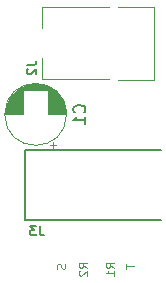
<source format=gbr>
%TF.GenerationSoftware,KiCad,Pcbnew,5.1.10*%
%TF.CreationDate,2021-05-14T23:01:05+02:00*%
%TF.ProjectId,kenwood-trrs,6b656e77-6f6f-4642-9d74-7272732e6b69,rev?*%
%TF.SameCoordinates,Original*%
%TF.FileFunction,Legend,Bot*%
%TF.FilePolarity,Positive*%
%FSLAX46Y46*%
G04 Gerber Fmt 4.6, Leading zero omitted, Abs format (unit mm)*
G04 Created by KiCad (PCBNEW 5.1.10) date 2021-05-14 23:01:05*
%MOMM*%
%LPD*%
G01*
G04 APERTURE LIST*
%ADD10C,0.120000*%
%ADD11C,0.200000*%
%ADD12C,0.150000*%
%ADD13C,0.100000*%
G04 APERTURE END LIST*
D10*
%TO.C,C1*%
X151620000Y-82820000D02*
G75*
G03*
X151620000Y-82820000I-2620000J0D01*
G01*
X147960000Y-82820000D02*
X146420000Y-82820000D01*
X151580000Y-82820000D02*
X150040000Y-82820000D01*
X147960000Y-82780000D02*
X146420000Y-82780000D01*
X151580000Y-82780000D02*
X150040000Y-82780000D01*
X151579000Y-82740000D02*
X150040000Y-82740000D01*
X147960000Y-82740000D02*
X146421000Y-82740000D01*
X151578000Y-82700000D02*
X150040000Y-82700000D01*
X147960000Y-82700000D02*
X146422000Y-82700000D01*
X151576000Y-82660000D02*
X150040000Y-82660000D01*
X147960000Y-82660000D02*
X146424000Y-82660000D01*
X151573000Y-82620000D02*
X150040000Y-82620000D01*
X147960000Y-82620000D02*
X146427000Y-82620000D01*
X151569000Y-82580000D02*
X150040000Y-82580000D01*
X147960000Y-82580000D02*
X146431000Y-82580000D01*
X151565000Y-82540000D02*
X150040000Y-82540000D01*
X147960000Y-82540000D02*
X146435000Y-82540000D01*
X151561000Y-82500000D02*
X150040000Y-82500000D01*
X147960000Y-82500000D02*
X146439000Y-82500000D01*
X151556000Y-82460000D02*
X150040000Y-82460000D01*
X147960000Y-82460000D02*
X146444000Y-82460000D01*
X151550000Y-82420000D02*
X150040000Y-82420000D01*
X147960000Y-82420000D02*
X146450000Y-82420000D01*
X151543000Y-82380000D02*
X150040000Y-82380000D01*
X147960000Y-82380000D02*
X146457000Y-82380000D01*
X151536000Y-82340000D02*
X150040000Y-82340000D01*
X147960000Y-82340000D02*
X146464000Y-82340000D01*
X151528000Y-82300000D02*
X150040000Y-82300000D01*
X147960000Y-82300000D02*
X146472000Y-82300000D01*
X151520000Y-82260000D02*
X150040000Y-82260000D01*
X147960000Y-82260000D02*
X146480000Y-82260000D01*
X151511000Y-82220000D02*
X150040000Y-82220000D01*
X147960000Y-82220000D02*
X146489000Y-82220000D01*
X151501000Y-82180000D02*
X150040000Y-82180000D01*
X147960000Y-82180000D02*
X146499000Y-82180000D01*
X151491000Y-82140000D02*
X150040000Y-82140000D01*
X147960000Y-82140000D02*
X146509000Y-82140000D01*
X151480000Y-82099000D02*
X150040000Y-82099000D01*
X147960000Y-82099000D02*
X146520000Y-82099000D01*
X151468000Y-82059000D02*
X150040000Y-82059000D01*
X147960000Y-82059000D02*
X146532000Y-82059000D01*
X151455000Y-82019000D02*
X150040000Y-82019000D01*
X147960000Y-82019000D02*
X146545000Y-82019000D01*
X151442000Y-81979000D02*
X150040000Y-81979000D01*
X147960000Y-81979000D02*
X146558000Y-81979000D01*
X151428000Y-81939000D02*
X150040000Y-81939000D01*
X147960000Y-81939000D02*
X146572000Y-81939000D01*
X151414000Y-81899000D02*
X150040000Y-81899000D01*
X147960000Y-81899000D02*
X146586000Y-81899000D01*
X151398000Y-81859000D02*
X150040000Y-81859000D01*
X147960000Y-81859000D02*
X146602000Y-81859000D01*
X151382000Y-81819000D02*
X150040000Y-81819000D01*
X147960000Y-81819000D02*
X146618000Y-81819000D01*
X151365000Y-81779000D02*
X150040000Y-81779000D01*
X147960000Y-81779000D02*
X146635000Y-81779000D01*
X151348000Y-81739000D02*
X150040000Y-81739000D01*
X147960000Y-81739000D02*
X146652000Y-81739000D01*
X151329000Y-81699000D02*
X150040000Y-81699000D01*
X147960000Y-81699000D02*
X146671000Y-81699000D01*
X151310000Y-81659000D02*
X150040000Y-81659000D01*
X147960000Y-81659000D02*
X146690000Y-81659000D01*
X151290000Y-81619000D02*
X150040000Y-81619000D01*
X147960000Y-81619000D02*
X146710000Y-81619000D01*
X151268000Y-81579000D02*
X150040000Y-81579000D01*
X147960000Y-81579000D02*
X146732000Y-81579000D01*
X151247000Y-81539000D02*
X150040000Y-81539000D01*
X147960000Y-81539000D02*
X146753000Y-81539000D01*
X151224000Y-81499000D02*
X150040000Y-81499000D01*
X147960000Y-81499000D02*
X146776000Y-81499000D01*
X151200000Y-81459000D02*
X150040000Y-81459000D01*
X147960000Y-81459000D02*
X146800000Y-81459000D01*
X151175000Y-81419000D02*
X150040000Y-81419000D01*
X147960000Y-81419000D02*
X146825000Y-81419000D01*
X151149000Y-81379000D02*
X150040000Y-81379000D01*
X147960000Y-81379000D02*
X146851000Y-81379000D01*
X151122000Y-81339000D02*
X150040000Y-81339000D01*
X147960000Y-81339000D02*
X146878000Y-81339000D01*
X151095000Y-81299000D02*
X150040000Y-81299000D01*
X147960000Y-81299000D02*
X146905000Y-81299000D01*
X151065000Y-81259000D02*
X150040000Y-81259000D01*
X147960000Y-81259000D02*
X146935000Y-81259000D01*
X151035000Y-81219000D02*
X150040000Y-81219000D01*
X147960000Y-81219000D02*
X146965000Y-81219000D01*
X151004000Y-81179000D02*
X150040000Y-81179000D01*
X147960000Y-81179000D02*
X146996000Y-81179000D01*
X150971000Y-81139000D02*
X150040000Y-81139000D01*
X147960000Y-81139000D02*
X147029000Y-81139000D01*
X150937000Y-81099000D02*
X150040000Y-81099000D01*
X147960000Y-81099000D02*
X147063000Y-81099000D01*
X150901000Y-81059000D02*
X150040000Y-81059000D01*
X147960000Y-81059000D02*
X147099000Y-81059000D01*
X150864000Y-81019000D02*
X150040000Y-81019000D01*
X147960000Y-81019000D02*
X147136000Y-81019000D01*
X150826000Y-80979000D02*
X150040000Y-80979000D01*
X147960000Y-80979000D02*
X147174000Y-80979000D01*
X150785000Y-80939000D02*
X150040000Y-80939000D01*
X147960000Y-80939000D02*
X147215000Y-80939000D01*
X150743000Y-80899000D02*
X150040000Y-80899000D01*
X147960000Y-80899000D02*
X147257000Y-80899000D01*
X150699000Y-80859000D02*
X150040000Y-80859000D01*
X147960000Y-80859000D02*
X147301000Y-80859000D01*
X150653000Y-80819000D02*
X150040000Y-80819000D01*
X147960000Y-80819000D02*
X147347000Y-80819000D01*
X150605000Y-80779000D02*
X147395000Y-80779000D01*
X150554000Y-80739000D02*
X147446000Y-80739000D01*
X150500000Y-80699000D02*
X147500000Y-80699000D01*
X150443000Y-80659000D02*
X147557000Y-80659000D01*
X150383000Y-80619000D02*
X147617000Y-80619000D01*
X150319000Y-80579000D02*
X147681000Y-80579000D01*
X150251000Y-80539000D02*
X147749000Y-80539000D01*
X150178000Y-80499000D02*
X147822000Y-80499000D01*
X150098000Y-80459000D02*
X147902000Y-80459000D01*
X150011000Y-80419000D02*
X147989000Y-80419000D01*
X149915000Y-80379000D02*
X148085000Y-80379000D01*
X149805000Y-80339000D02*
X148195000Y-80339000D01*
X149677000Y-80299000D02*
X148323000Y-80299000D01*
X149518000Y-80259000D02*
X148482000Y-80259000D01*
X149284000Y-80219000D02*
X148716000Y-80219000D01*
X150475000Y-85624775D02*
X150475000Y-85124775D01*
X150725000Y-85374775D02*
X150225000Y-85374775D01*
D11*
%TO.C,J3*%
X159600000Y-85800000D02*
X148100000Y-85800000D01*
X148100000Y-85800000D02*
X148100000Y-91800000D01*
X148100000Y-91800000D02*
X159600000Y-91800000D01*
D10*
%TO.C,J2*%
X155178000Y-73741000D02*
X149499000Y-73741000D01*
X149499000Y-73741000D02*
X149499000Y-75530000D01*
X149499000Y-78070000D02*
X149499000Y-79861000D01*
X149499000Y-79861000D02*
X155178000Y-79861000D01*
X156000000Y-79900000D02*
X159060000Y-79900000D01*
X159038000Y-79900000D02*
X159038000Y-73741000D01*
X159038000Y-73741000D02*
X155978000Y-73741000D01*
%TO.C,C1*%
D12*
X153107142Y-82653333D02*
X153154761Y-82605714D01*
X153202380Y-82462857D01*
X153202380Y-82367619D01*
X153154761Y-82224761D01*
X153059523Y-82129523D01*
X152964285Y-82081904D01*
X152773809Y-82034285D01*
X152630952Y-82034285D01*
X152440476Y-82081904D01*
X152345238Y-82129523D01*
X152250000Y-82224761D01*
X152202380Y-82367619D01*
X152202380Y-82462857D01*
X152250000Y-82605714D01*
X152297619Y-82653333D01*
X153202380Y-83605714D02*
X153202380Y-83034285D01*
X153202380Y-83320000D02*
X152202380Y-83320000D01*
X152345238Y-83224761D01*
X152440476Y-83129523D01*
X152488095Y-83034285D01*
%TO.C,J3*%
X149366666Y-92261904D02*
X149366666Y-92833333D01*
X149404761Y-92947619D01*
X149480952Y-93023809D01*
X149595238Y-93061904D01*
X149671428Y-93061904D01*
X149061904Y-92261904D02*
X148566666Y-92261904D01*
X148833333Y-92566666D01*
X148719047Y-92566666D01*
X148642857Y-92604761D01*
X148604761Y-92642857D01*
X148566666Y-92719047D01*
X148566666Y-92909523D01*
X148604761Y-92985714D01*
X148642857Y-93023809D01*
X148719047Y-93061904D01*
X148947619Y-93061904D01*
X149023809Y-93023809D01*
X149061904Y-92985714D01*
%TO.C,J1*%
D13*
X151483333Y-95470000D02*
X151516666Y-95570000D01*
X151516666Y-95736666D01*
X151483333Y-95803333D01*
X151450000Y-95836666D01*
X151383333Y-95870000D01*
X151316666Y-95870000D01*
X151250000Y-95836666D01*
X151216666Y-95803333D01*
X151183333Y-95736666D01*
X151150000Y-95603333D01*
X151116666Y-95536666D01*
X151083333Y-95503333D01*
X151016666Y-95470000D01*
X150950000Y-95470000D01*
X150883333Y-95503333D01*
X150850000Y-95536666D01*
X150816666Y-95603333D01*
X150816666Y-95770000D01*
X150850000Y-95870000D01*
X155649666Y-95807333D02*
X155316333Y-95574000D01*
X155649666Y-95407333D02*
X154949666Y-95407333D01*
X154949666Y-95674000D01*
X154983000Y-95740666D01*
X155016333Y-95774000D01*
X155083000Y-95807333D01*
X155183000Y-95807333D01*
X155249666Y-95774000D01*
X155283000Y-95740666D01*
X155316333Y-95674000D01*
X155316333Y-95407333D01*
X155649666Y-96474000D02*
X155649666Y-96074000D01*
X155649666Y-96274000D02*
X154949666Y-96274000D01*
X155049666Y-96207333D01*
X155116333Y-96140666D01*
X155149666Y-96074000D01*
X153363666Y-95807333D02*
X153030333Y-95574000D01*
X153363666Y-95407333D02*
X152663666Y-95407333D01*
X152663666Y-95674000D01*
X152697000Y-95740666D01*
X152730333Y-95774000D01*
X152797000Y-95807333D01*
X152897000Y-95807333D01*
X152963666Y-95774000D01*
X152997000Y-95740666D01*
X153030333Y-95674000D01*
X153030333Y-95407333D01*
X152730333Y-96074000D02*
X152697000Y-96107333D01*
X152663666Y-96174000D01*
X152663666Y-96340666D01*
X152697000Y-96407333D01*
X152730333Y-96440666D01*
X152797000Y-96474000D01*
X152863666Y-96474000D01*
X152963666Y-96440666D01*
X153363666Y-96040666D01*
X153363666Y-96474000D01*
X156616666Y-95470000D02*
X156616666Y-95870000D01*
X157316666Y-95670000D02*
X156616666Y-95670000D01*
%TO.C,J2*%
D12*
X148261904Y-78633333D02*
X148833333Y-78633333D01*
X148947619Y-78595238D01*
X149023809Y-78519047D01*
X149061904Y-78404761D01*
X149061904Y-78328571D01*
X148338095Y-78976190D02*
X148300000Y-79014285D01*
X148261904Y-79090476D01*
X148261904Y-79280952D01*
X148300000Y-79357142D01*
X148338095Y-79395238D01*
X148414285Y-79433333D01*
X148490476Y-79433333D01*
X148604761Y-79395238D01*
X149061904Y-78938095D01*
X149061904Y-79433333D01*
%TD*%
M02*

</source>
